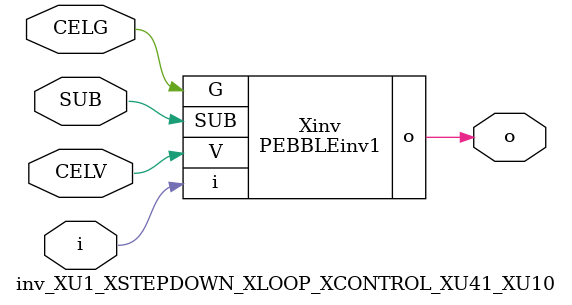
<source format=v>



module PEBBLEinv1 ( o, G, SUB, V, i );

  input V;
  input i;
  input G;
  output o;
  input SUB;
endmodule

//Celera Confidential Do Not Copy inv_XU1_XSTEPDOWN_XLOOP_XCONTROL_XU41_XU10
//Celera Confidential Symbol Generator
//5V Inverter
module inv_XU1_XSTEPDOWN_XLOOP_XCONTROL_XU41_XU10 (CELV,CELG,i,o,SUB);
input CELV;
input CELG;
input i;
input SUB;
output o;

//Celera Confidential Do Not Copy inv
PEBBLEinv1 Xinv(
.V (CELV),
.i (i),
.o (o),
.SUB (SUB),
.G (CELG)
);
//,diesize,PEBBLEinv1

//Celera Confidential Do Not Copy Module End
//Celera Schematic Generator
endmodule

</source>
